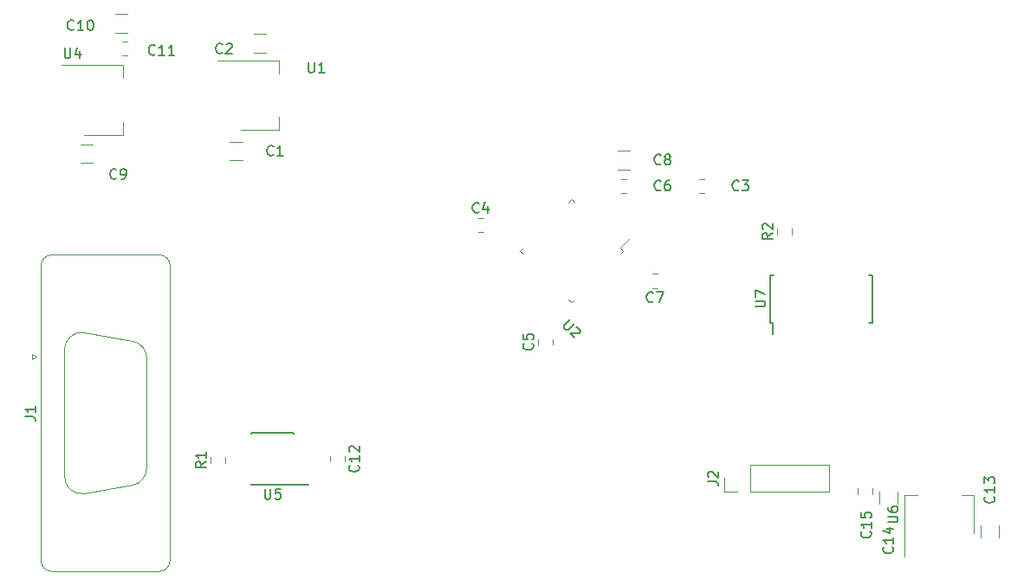
<source format=gbr>
G04 #@! TF.GenerationSoftware,KiCad,Pcbnew,(5.0.2)-1*
G04 #@! TF.CreationDate,2019-03-12T15:58:17+02:00*
G04 #@! TF.ProjectId,ev19dashboardv1,65763139-6461-4736-9862-6f6172647631,rev?*
G04 #@! TF.SameCoordinates,Original*
G04 #@! TF.FileFunction,Legend,Top*
G04 #@! TF.FilePolarity,Positive*
%FSLAX46Y46*%
G04 Gerber Fmt 4.6, Leading zero omitted, Abs format (unit mm)*
G04 Created by KiCad (PCBNEW (5.0.2)-1) date 3/12/2019 3:58:17 PM*
%MOMM*%
%LPD*%
G01*
G04 APERTURE LIST*
%ADD10C,0.120000*%
%ADD11C,0.150000*%
G04 APERTURE END LIST*
D10*
G04 #@! TO.C,J1*
X97178456Y-88496670D02*
X101878456Y-87667933D01*
X97178456Y-72763730D02*
X101878456Y-73592467D01*
X103250200Y-86033152D02*
X103250200Y-75227248D01*
X95230200Y-86861889D02*
X95230200Y-74398511D01*
X92468875Y-75090200D02*
X92035862Y-75340200D01*
X92035862Y-74840200D02*
X92468875Y-75090200D01*
X92035862Y-75340200D02*
X92035862Y-74840200D01*
X104490200Y-96115200D02*
X93990200Y-96115200D01*
X105550200Y-66205200D02*
X105550200Y-95055200D01*
X93990200Y-65145200D02*
X104490200Y-65145200D01*
X92930200Y-95055200D02*
X92930200Y-66205200D01*
X101878456Y-73592467D02*
G75*
G02X103250200Y-75227248I-288256J-1634781D01*
G01*
X101878456Y-87667933D02*
G75*
G03X103250200Y-86033152I-288256J1634781D01*
G01*
X97178456Y-72763730D02*
G75*
G03X95230200Y-74398511I-288256J-1634781D01*
G01*
X97178456Y-88496670D02*
G75*
G02X95230200Y-86861889I-288256J1634781D01*
G01*
X105550200Y-66205200D02*
G75*
G03X104490200Y-65145200I-1060000J0D01*
G01*
X105550200Y-95055200D02*
G75*
G02X104490200Y-96115200I-1060000J0D01*
G01*
X93990200Y-65145200D02*
G75*
G03X92930200Y-66205200I0J-1060000D01*
G01*
X92930200Y-95055200D02*
G75*
G03X93990200Y-96115200I1060000J0D01*
G01*
G04 #@! TO.C,C1*
X111397936Y-55910000D02*
X112602064Y-55910000D01*
X111397936Y-54090000D02*
X112602064Y-54090000D01*
G04 #@! TO.C,C2*
X114902064Y-43540000D02*
X113697936Y-43540000D01*
X114902064Y-45360000D02*
X113697936Y-45360000D01*
G04 #@! TO.C,C3*
X157218748Y-59130000D02*
X157741252Y-59130000D01*
X157218748Y-57710000D02*
X157741252Y-57710000D01*
G04 #@! TO.C,C4*
X135628748Y-62940000D02*
X136151252Y-62940000D01*
X135628748Y-61520000D02*
X136151252Y-61520000D01*
G04 #@! TO.C,C5*
X142950000Y-73921252D02*
X142950000Y-73398748D01*
X141530000Y-73921252D02*
X141530000Y-73398748D01*
G04 #@! TO.C,C6*
X149598748Y-59130000D02*
X150121252Y-59130000D01*
X149598748Y-57710000D02*
X150121252Y-57710000D01*
G04 #@! TO.C,C7*
X153169252Y-66981000D02*
X152646748Y-66981000D01*
X153169252Y-68401000D02*
X152646748Y-68401000D01*
G04 #@! TO.C,C9*
X96770436Y-56155000D02*
X97974564Y-56155000D01*
X96770436Y-54335000D02*
X97974564Y-54335000D01*
G04 #@! TO.C,C12*
X121210000Y-84828748D02*
X121210000Y-85351252D01*
X122630000Y-84828748D02*
X122630000Y-85351252D01*
G04 #@! TO.C,U1*
X110200000Y-46120000D02*
X116210000Y-46120000D01*
X112450000Y-52940000D02*
X116210000Y-52940000D01*
X116210000Y-46120000D02*
X116210000Y-47380000D01*
X116210000Y-52940000D02*
X116210000Y-51680000D01*
G04 #@! TO.C,U2*
X144780000Y-59735400D02*
X144483015Y-60032385D01*
X149814600Y-64770000D02*
X149517615Y-64473015D01*
X149517615Y-64473015D02*
X150493423Y-63497208D01*
X144780000Y-69804600D02*
X145076985Y-69507615D01*
X139745400Y-64770000D02*
X140042385Y-64473015D01*
X149814600Y-64770000D02*
X149517615Y-65066985D01*
X144780000Y-59735400D02*
X145076985Y-60032385D01*
X139745400Y-64770000D02*
X140042385Y-65066985D01*
X144780000Y-69804600D02*
X144483015Y-69507615D01*
D11*
G04 #@! TO.C,U5*
X117645000Y-87615000D02*
X119045000Y-87615000D01*
X117645000Y-82515000D02*
X113495000Y-82515000D01*
X117645000Y-87665000D02*
X113495000Y-87665000D01*
X117645000Y-82515000D02*
X117645000Y-82660000D01*
X113495000Y-82515000D02*
X113495000Y-82660000D01*
X113495000Y-87665000D02*
X113495000Y-87520000D01*
X117645000Y-87665000D02*
X117645000Y-87615000D01*
D10*
G04 #@! TO.C,C8*
X149257936Y-56790000D02*
X150462064Y-56790000D01*
X149257936Y-54970000D02*
X150462064Y-54970000D01*
G04 #@! TO.C,C13*
X184764000Y-92840564D02*
X184764000Y-91636436D01*
X186584000Y-92840564D02*
X186584000Y-91636436D01*
G04 #@! TO.C,C14*
X174858000Y-88297936D02*
X174858000Y-89502064D01*
X176678000Y-88297936D02*
X176678000Y-89502064D01*
G04 #@! TO.C,C15*
X174192000Y-88003748D02*
X174192000Y-88526252D01*
X172772000Y-88003748D02*
X172772000Y-88526252D01*
G04 #@! TO.C,U4*
X94900000Y-46590000D02*
X100910000Y-46590000D01*
X97150000Y-53410000D02*
X100910000Y-53410000D01*
X100910000Y-46590000D02*
X100910000Y-47850000D01*
X100910000Y-53410000D02*
X100910000Y-52150000D01*
G04 #@! TO.C,U6*
X184131000Y-88641000D02*
X182871000Y-88641000D01*
X177311000Y-88641000D02*
X178571000Y-88641000D01*
X184131000Y-92401000D02*
X184131000Y-88641000D01*
X177311000Y-94651000D02*
X177311000Y-88641000D01*
D11*
G04 #@! TO.C,U7*
X164189000Y-71794000D02*
X164414000Y-71794000D01*
X164189000Y-67144000D02*
X164514000Y-67144000D01*
X174189800Y-67144000D02*
X173864800Y-67144000D01*
X174189800Y-71794000D02*
X173864800Y-71794000D01*
X164189000Y-71794000D02*
X164189000Y-67144000D01*
X174189800Y-71794000D02*
X174189800Y-67144000D01*
X164414000Y-71794000D02*
X164414000Y-72869000D01*
D10*
G04 #@! TO.C,R1*
X109526000Y-85478252D02*
X109526000Y-84955748D01*
X110946000Y-85478252D02*
X110946000Y-84955748D01*
G04 #@! TO.C,R2*
X166318000Y-63126252D02*
X166318000Y-62603748D01*
X164898000Y-63126252D02*
X164898000Y-62603748D01*
G04 #@! TO.C,C10*
X101348064Y-43418000D02*
X100143936Y-43418000D01*
X101348064Y-41598000D02*
X100143936Y-41598000D01*
G04 #@! TO.C,C11*
X101353252Y-45668000D02*
X100830748Y-45668000D01*
X101353252Y-44248000D02*
X100830748Y-44248000D01*
G04 #@! TO.C,J2*
X169950000Y-88330000D02*
X169950000Y-85670000D01*
X162270000Y-88330000D02*
X169950000Y-88330000D01*
X162270000Y-85670000D02*
X169950000Y-85670000D01*
X162270000Y-88330000D02*
X162270000Y-85670000D01*
X161000000Y-88330000D02*
X159670000Y-88330000D01*
X159670000Y-88330000D02*
X159670000Y-87000000D01*
G04 #@! TO.C,J1*
D11*
X91382580Y-80963533D02*
X92096866Y-80963533D01*
X92239723Y-81011152D01*
X92334961Y-81106390D01*
X92382580Y-81249247D01*
X92382580Y-81344485D01*
X92382580Y-79963533D02*
X92382580Y-80534961D01*
X92382580Y-80249247D02*
X91382580Y-80249247D01*
X91525438Y-80344485D01*
X91620676Y-80439723D01*
X91668295Y-80534961D01*
G04 #@! TO.C,C1*
X115643333Y-55357142D02*
X115595714Y-55404761D01*
X115452857Y-55452380D01*
X115357619Y-55452380D01*
X115214761Y-55404761D01*
X115119523Y-55309523D01*
X115071904Y-55214285D01*
X115024285Y-55023809D01*
X115024285Y-54880952D01*
X115071904Y-54690476D01*
X115119523Y-54595238D01*
X115214761Y-54500000D01*
X115357619Y-54452380D01*
X115452857Y-54452380D01*
X115595714Y-54500000D01*
X115643333Y-54547619D01*
X116595714Y-55452380D02*
X116024285Y-55452380D01*
X116310000Y-55452380D02*
X116310000Y-54452380D01*
X116214761Y-54595238D01*
X116119523Y-54690476D01*
X116024285Y-54738095D01*
G04 #@! TO.C,C2*
X110640833Y-45378642D02*
X110593214Y-45426261D01*
X110450357Y-45473880D01*
X110355119Y-45473880D01*
X110212261Y-45426261D01*
X110117023Y-45331023D01*
X110069404Y-45235785D01*
X110021785Y-45045309D01*
X110021785Y-44902452D01*
X110069404Y-44711976D01*
X110117023Y-44616738D01*
X110212261Y-44521500D01*
X110355119Y-44473880D01*
X110450357Y-44473880D01*
X110593214Y-44521500D01*
X110640833Y-44569119D01*
X111021785Y-44569119D02*
X111069404Y-44521500D01*
X111164642Y-44473880D01*
X111402738Y-44473880D01*
X111497976Y-44521500D01*
X111545595Y-44569119D01*
X111593214Y-44664357D01*
X111593214Y-44759595D01*
X111545595Y-44902452D01*
X110974166Y-45473880D01*
X111593214Y-45473880D01*
G04 #@! TO.C,C3*
X161123333Y-58777142D02*
X161075714Y-58824761D01*
X160932857Y-58872380D01*
X160837619Y-58872380D01*
X160694761Y-58824761D01*
X160599523Y-58729523D01*
X160551904Y-58634285D01*
X160504285Y-58443809D01*
X160504285Y-58300952D01*
X160551904Y-58110476D01*
X160599523Y-58015238D01*
X160694761Y-57920000D01*
X160837619Y-57872380D01*
X160932857Y-57872380D01*
X161075714Y-57920000D01*
X161123333Y-57967619D01*
X161456666Y-57872380D02*
X162075714Y-57872380D01*
X161742380Y-58253333D01*
X161885238Y-58253333D01*
X161980476Y-58300952D01*
X162028095Y-58348571D01*
X162075714Y-58443809D01*
X162075714Y-58681904D01*
X162028095Y-58777142D01*
X161980476Y-58824761D01*
X161885238Y-58872380D01*
X161599523Y-58872380D01*
X161504285Y-58824761D01*
X161456666Y-58777142D01*
G04 #@! TO.C,C4*
X135723333Y-60937142D02*
X135675714Y-60984761D01*
X135532857Y-61032380D01*
X135437619Y-61032380D01*
X135294761Y-60984761D01*
X135199523Y-60889523D01*
X135151904Y-60794285D01*
X135104285Y-60603809D01*
X135104285Y-60460952D01*
X135151904Y-60270476D01*
X135199523Y-60175238D01*
X135294761Y-60080000D01*
X135437619Y-60032380D01*
X135532857Y-60032380D01*
X135675714Y-60080000D01*
X135723333Y-60127619D01*
X136580476Y-60365714D02*
X136580476Y-61032380D01*
X136342380Y-59984761D02*
X136104285Y-60699047D01*
X136723333Y-60699047D01*
G04 #@! TO.C,C5*
X140947142Y-73826666D02*
X140994761Y-73874285D01*
X141042380Y-74017142D01*
X141042380Y-74112380D01*
X140994761Y-74255238D01*
X140899523Y-74350476D01*
X140804285Y-74398095D01*
X140613809Y-74445714D01*
X140470952Y-74445714D01*
X140280476Y-74398095D01*
X140185238Y-74350476D01*
X140090000Y-74255238D01*
X140042380Y-74112380D01*
X140042380Y-74017142D01*
X140090000Y-73874285D01*
X140137619Y-73826666D01*
X140042380Y-72921904D02*
X140042380Y-73398095D01*
X140518571Y-73445714D01*
X140470952Y-73398095D01*
X140423333Y-73302857D01*
X140423333Y-73064761D01*
X140470952Y-72969523D01*
X140518571Y-72921904D01*
X140613809Y-72874285D01*
X140851904Y-72874285D01*
X140947142Y-72921904D01*
X140994761Y-72969523D01*
X141042380Y-73064761D01*
X141042380Y-73302857D01*
X140994761Y-73398095D01*
X140947142Y-73445714D01*
G04 #@! TO.C,C6*
X153503333Y-58777142D02*
X153455714Y-58824761D01*
X153312857Y-58872380D01*
X153217619Y-58872380D01*
X153074761Y-58824761D01*
X152979523Y-58729523D01*
X152931904Y-58634285D01*
X152884285Y-58443809D01*
X152884285Y-58300952D01*
X152931904Y-58110476D01*
X152979523Y-58015238D01*
X153074761Y-57920000D01*
X153217619Y-57872380D01*
X153312857Y-57872380D01*
X153455714Y-57920000D01*
X153503333Y-57967619D01*
X154360476Y-57872380D02*
X154170000Y-57872380D01*
X154074761Y-57920000D01*
X154027142Y-57967619D01*
X153931904Y-58110476D01*
X153884285Y-58300952D01*
X153884285Y-58681904D01*
X153931904Y-58777142D01*
X153979523Y-58824761D01*
X154074761Y-58872380D01*
X154265238Y-58872380D01*
X154360476Y-58824761D01*
X154408095Y-58777142D01*
X154455714Y-58681904D01*
X154455714Y-58443809D01*
X154408095Y-58348571D01*
X154360476Y-58300952D01*
X154265238Y-58253333D01*
X154074761Y-58253333D01*
X153979523Y-58300952D01*
X153931904Y-58348571D01*
X153884285Y-58443809D01*
G04 #@! TO.C,C7*
X152741333Y-69698142D02*
X152693714Y-69745761D01*
X152550857Y-69793380D01*
X152455619Y-69793380D01*
X152312761Y-69745761D01*
X152217523Y-69650523D01*
X152169904Y-69555285D01*
X152122285Y-69364809D01*
X152122285Y-69221952D01*
X152169904Y-69031476D01*
X152217523Y-68936238D01*
X152312761Y-68841000D01*
X152455619Y-68793380D01*
X152550857Y-68793380D01*
X152693714Y-68841000D01*
X152741333Y-68888619D01*
X153074666Y-68793380D02*
X153741333Y-68793380D01*
X153312761Y-69793380D01*
G04 #@! TO.C,C9*
X100290333Y-57634142D02*
X100242714Y-57681761D01*
X100099857Y-57729380D01*
X100004619Y-57729380D01*
X99861761Y-57681761D01*
X99766523Y-57586523D01*
X99718904Y-57491285D01*
X99671285Y-57300809D01*
X99671285Y-57157952D01*
X99718904Y-56967476D01*
X99766523Y-56872238D01*
X99861761Y-56777000D01*
X100004619Y-56729380D01*
X100099857Y-56729380D01*
X100242714Y-56777000D01*
X100290333Y-56824619D01*
X100766523Y-57729380D02*
X100957000Y-57729380D01*
X101052238Y-57681761D01*
X101099857Y-57634142D01*
X101195095Y-57491285D01*
X101242714Y-57300809D01*
X101242714Y-56919857D01*
X101195095Y-56824619D01*
X101147476Y-56777000D01*
X101052238Y-56729380D01*
X100861761Y-56729380D01*
X100766523Y-56777000D01*
X100718904Y-56824619D01*
X100671285Y-56919857D01*
X100671285Y-57157952D01*
X100718904Y-57253190D01*
X100766523Y-57300809D01*
X100861761Y-57348428D01*
X101052238Y-57348428D01*
X101147476Y-57300809D01*
X101195095Y-57253190D01*
X101242714Y-57157952D01*
G04 #@! TO.C,C12*
X123927142Y-85732857D02*
X123974761Y-85780476D01*
X124022380Y-85923333D01*
X124022380Y-86018571D01*
X123974761Y-86161428D01*
X123879523Y-86256666D01*
X123784285Y-86304285D01*
X123593809Y-86351904D01*
X123450952Y-86351904D01*
X123260476Y-86304285D01*
X123165238Y-86256666D01*
X123070000Y-86161428D01*
X123022380Y-86018571D01*
X123022380Y-85923333D01*
X123070000Y-85780476D01*
X123117619Y-85732857D01*
X124022380Y-84780476D02*
X124022380Y-85351904D01*
X124022380Y-85066190D02*
X123022380Y-85066190D01*
X123165238Y-85161428D01*
X123260476Y-85256666D01*
X123308095Y-85351904D01*
X123117619Y-84399523D02*
X123070000Y-84351904D01*
X123022380Y-84256666D01*
X123022380Y-84018571D01*
X123070000Y-83923333D01*
X123117619Y-83875714D01*
X123212857Y-83828095D01*
X123308095Y-83828095D01*
X123450952Y-83875714D01*
X124022380Y-84447142D01*
X124022380Y-83828095D01*
G04 #@! TO.C,U1*
X119062595Y-46315380D02*
X119062595Y-47124904D01*
X119110214Y-47220142D01*
X119157833Y-47267761D01*
X119253071Y-47315380D01*
X119443547Y-47315380D01*
X119538785Y-47267761D01*
X119586404Y-47220142D01*
X119634023Y-47124904D01*
X119634023Y-46315380D01*
X120634023Y-47315380D02*
X120062595Y-47315380D01*
X120348309Y-47315380D02*
X120348309Y-46315380D01*
X120253071Y-46458238D01*
X120157833Y-46553476D01*
X120062595Y-46601095D01*
G04 #@! TO.C,U2*
X144628477Y-71464026D02*
X144056057Y-72036446D01*
X144022385Y-72137461D01*
X144022385Y-72204805D01*
X144056057Y-72305820D01*
X144190744Y-72440507D01*
X144291759Y-72474179D01*
X144359103Y-72474179D01*
X144460118Y-72440507D01*
X145032538Y-71868087D01*
X145268240Y-72238477D02*
X145335583Y-72238477D01*
X145436599Y-72272148D01*
X145604957Y-72440507D01*
X145638629Y-72541522D01*
X145638629Y-72608866D01*
X145604957Y-72709881D01*
X145537614Y-72777225D01*
X145402927Y-72844568D01*
X144594805Y-72844568D01*
X145032538Y-73282301D01*
G04 #@! TO.C,U5*
X114808095Y-88042380D02*
X114808095Y-88851904D01*
X114855714Y-88947142D01*
X114903333Y-88994761D01*
X114998571Y-89042380D01*
X115189047Y-89042380D01*
X115284285Y-88994761D01*
X115331904Y-88947142D01*
X115379523Y-88851904D01*
X115379523Y-88042380D01*
X116331904Y-88042380D02*
X115855714Y-88042380D01*
X115808095Y-88518571D01*
X115855714Y-88470952D01*
X115950952Y-88423333D01*
X116189047Y-88423333D01*
X116284285Y-88470952D01*
X116331904Y-88518571D01*
X116379523Y-88613809D01*
X116379523Y-88851904D01*
X116331904Y-88947142D01*
X116284285Y-88994761D01*
X116189047Y-89042380D01*
X115950952Y-89042380D01*
X115855714Y-88994761D01*
X115808095Y-88947142D01*
G04 #@! TO.C,C8*
X153503333Y-56237142D02*
X153455714Y-56284761D01*
X153312857Y-56332380D01*
X153217619Y-56332380D01*
X153074761Y-56284761D01*
X152979523Y-56189523D01*
X152931904Y-56094285D01*
X152884285Y-55903809D01*
X152884285Y-55760952D01*
X152931904Y-55570476D01*
X152979523Y-55475238D01*
X153074761Y-55380000D01*
X153217619Y-55332380D01*
X153312857Y-55332380D01*
X153455714Y-55380000D01*
X153503333Y-55427619D01*
X154074761Y-55760952D02*
X153979523Y-55713333D01*
X153931904Y-55665714D01*
X153884285Y-55570476D01*
X153884285Y-55522857D01*
X153931904Y-55427619D01*
X153979523Y-55380000D01*
X154074761Y-55332380D01*
X154265238Y-55332380D01*
X154360476Y-55380000D01*
X154408095Y-55427619D01*
X154455714Y-55522857D01*
X154455714Y-55570476D01*
X154408095Y-55665714D01*
X154360476Y-55713333D01*
X154265238Y-55760952D01*
X154074761Y-55760952D01*
X153979523Y-55808571D01*
X153931904Y-55856190D01*
X153884285Y-55951428D01*
X153884285Y-56141904D01*
X153931904Y-56237142D01*
X153979523Y-56284761D01*
X154074761Y-56332380D01*
X154265238Y-56332380D01*
X154360476Y-56284761D01*
X154408095Y-56237142D01*
X154455714Y-56141904D01*
X154455714Y-55951428D01*
X154408095Y-55856190D01*
X154360476Y-55808571D01*
X154265238Y-55760952D01*
G04 #@! TO.C,C13*
X186031142Y-88780857D02*
X186078761Y-88828476D01*
X186126380Y-88971333D01*
X186126380Y-89066571D01*
X186078761Y-89209428D01*
X185983523Y-89304666D01*
X185888285Y-89352285D01*
X185697809Y-89399904D01*
X185554952Y-89399904D01*
X185364476Y-89352285D01*
X185269238Y-89304666D01*
X185174000Y-89209428D01*
X185126380Y-89066571D01*
X185126380Y-88971333D01*
X185174000Y-88828476D01*
X185221619Y-88780857D01*
X186126380Y-87828476D02*
X186126380Y-88399904D01*
X186126380Y-88114190D02*
X185126380Y-88114190D01*
X185269238Y-88209428D01*
X185364476Y-88304666D01*
X185412095Y-88399904D01*
X185126380Y-87495142D02*
X185126380Y-86876095D01*
X185507333Y-87209428D01*
X185507333Y-87066571D01*
X185554952Y-86971333D01*
X185602571Y-86923714D01*
X185697809Y-86876095D01*
X185935904Y-86876095D01*
X186031142Y-86923714D01*
X186078761Y-86971333D01*
X186126380Y-87066571D01*
X186126380Y-87352285D01*
X186078761Y-87447523D01*
X186031142Y-87495142D01*
G04 #@! TO.C,C14*
X176125142Y-93733857D02*
X176172761Y-93781476D01*
X176220380Y-93924333D01*
X176220380Y-94019571D01*
X176172761Y-94162428D01*
X176077523Y-94257666D01*
X175982285Y-94305285D01*
X175791809Y-94352904D01*
X175648952Y-94352904D01*
X175458476Y-94305285D01*
X175363238Y-94257666D01*
X175268000Y-94162428D01*
X175220380Y-94019571D01*
X175220380Y-93924333D01*
X175268000Y-93781476D01*
X175315619Y-93733857D01*
X176220380Y-92781476D02*
X176220380Y-93352904D01*
X176220380Y-93067190D02*
X175220380Y-93067190D01*
X175363238Y-93162428D01*
X175458476Y-93257666D01*
X175506095Y-93352904D01*
X175553714Y-91924333D02*
X176220380Y-91924333D01*
X175172761Y-92162428D02*
X175887047Y-92400523D01*
X175887047Y-91781476D01*
G04 #@! TO.C,C15*
X173966142Y-92209857D02*
X174013761Y-92257476D01*
X174061380Y-92400333D01*
X174061380Y-92495571D01*
X174013761Y-92638428D01*
X173918523Y-92733666D01*
X173823285Y-92781285D01*
X173632809Y-92828904D01*
X173489952Y-92828904D01*
X173299476Y-92781285D01*
X173204238Y-92733666D01*
X173109000Y-92638428D01*
X173061380Y-92495571D01*
X173061380Y-92400333D01*
X173109000Y-92257476D01*
X173156619Y-92209857D01*
X174061380Y-91257476D02*
X174061380Y-91828904D01*
X174061380Y-91543190D02*
X173061380Y-91543190D01*
X173204238Y-91638428D01*
X173299476Y-91733666D01*
X173347095Y-91828904D01*
X173061380Y-90352714D02*
X173061380Y-90828904D01*
X173537571Y-90876523D01*
X173489952Y-90828904D01*
X173442333Y-90733666D01*
X173442333Y-90495571D01*
X173489952Y-90400333D01*
X173537571Y-90352714D01*
X173632809Y-90305095D01*
X173870904Y-90305095D01*
X173966142Y-90352714D01*
X174013761Y-90400333D01*
X174061380Y-90495571D01*
X174061380Y-90733666D01*
X174013761Y-90828904D01*
X173966142Y-90876523D01*
G04 #@! TO.C,U4*
X95250095Y-44918380D02*
X95250095Y-45727904D01*
X95297714Y-45823142D01*
X95345333Y-45870761D01*
X95440571Y-45918380D01*
X95631047Y-45918380D01*
X95726285Y-45870761D01*
X95773904Y-45823142D01*
X95821523Y-45727904D01*
X95821523Y-44918380D01*
X96726285Y-45251714D02*
X96726285Y-45918380D01*
X96488190Y-44870761D02*
X96250095Y-45585047D01*
X96869142Y-45585047D01*
G04 #@! TO.C,U6*
X175673380Y-91312904D02*
X176482904Y-91312904D01*
X176578142Y-91265285D01*
X176625761Y-91217666D01*
X176673380Y-91122428D01*
X176673380Y-90931952D01*
X176625761Y-90836714D01*
X176578142Y-90789095D01*
X176482904Y-90741476D01*
X175673380Y-90741476D01*
X175673380Y-89836714D02*
X175673380Y-90027190D01*
X175721000Y-90122428D01*
X175768619Y-90170047D01*
X175911476Y-90265285D01*
X176101952Y-90312904D01*
X176482904Y-90312904D01*
X176578142Y-90265285D01*
X176625761Y-90217666D01*
X176673380Y-90122428D01*
X176673380Y-89931952D01*
X176625761Y-89836714D01*
X176578142Y-89789095D01*
X176482904Y-89741476D01*
X176244809Y-89741476D01*
X176149571Y-89789095D01*
X176101952Y-89836714D01*
X176054333Y-89931952D01*
X176054333Y-90122428D01*
X176101952Y-90217666D01*
X176149571Y-90265285D01*
X176244809Y-90312904D01*
G04 #@! TO.C,U7*
X162716380Y-70230904D02*
X163525904Y-70230904D01*
X163621142Y-70183285D01*
X163668761Y-70135666D01*
X163716380Y-70040428D01*
X163716380Y-69849952D01*
X163668761Y-69754714D01*
X163621142Y-69707095D01*
X163525904Y-69659476D01*
X162716380Y-69659476D01*
X162716380Y-69278523D02*
X162716380Y-68611857D01*
X163716380Y-69040428D01*
G04 #@! TO.C,R1*
X109038380Y-85383666D02*
X108562190Y-85717000D01*
X109038380Y-85955095D02*
X108038380Y-85955095D01*
X108038380Y-85574142D01*
X108086000Y-85478904D01*
X108133619Y-85431285D01*
X108228857Y-85383666D01*
X108371714Y-85383666D01*
X108466952Y-85431285D01*
X108514571Y-85478904D01*
X108562190Y-85574142D01*
X108562190Y-85955095D01*
X109038380Y-84431285D02*
X109038380Y-85002714D01*
X109038380Y-84717000D02*
X108038380Y-84717000D01*
X108181238Y-84812238D01*
X108276476Y-84907476D01*
X108324095Y-85002714D01*
G04 #@! TO.C,R2*
X164410380Y-63031666D02*
X163934190Y-63365000D01*
X164410380Y-63603095D02*
X163410380Y-63603095D01*
X163410380Y-63222142D01*
X163458000Y-63126904D01*
X163505619Y-63079285D01*
X163600857Y-63031666D01*
X163743714Y-63031666D01*
X163838952Y-63079285D01*
X163886571Y-63126904D01*
X163934190Y-63222142D01*
X163934190Y-63603095D01*
X163505619Y-62650714D02*
X163458000Y-62603095D01*
X163410380Y-62507857D01*
X163410380Y-62269761D01*
X163458000Y-62174523D01*
X163505619Y-62126904D01*
X163600857Y-62079285D01*
X163696095Y-62079285D01*
X163838952Y-62126904D01*
X164410380Y-62698333D01*
X164410380Y-62079285D01*
G04 #@! TO.C,C10*
X96131142Y-43092642D02*
X96083523Y-43140261D01*
X95940666Y-43187880D01*
X95845428Y-43187880D01*
X95702571Y-43140261D01*
X95607333Y-43045023D01*
X95559714Y-42949785D01*
X95512095Y-42759309D01*
X95512095Y-42616452D01*
X95559714Y-42425976D01*
X95607333Y-42330738D01*
X95702571Y-42235500D01*
X95845428Y-42187880D01*
X95940666Y-42187880D01*
X96083523Y-42235500D01*
X96131142Y-42283119D01*
X97083523Y-43187880D02*
X96512095Y-43187880D01*
X96797809Y-43187880D02*
X96797809Y-42187880D01*
X96702571Y-42330738D01*
X96607333Y-42425976D01*
X96512095Y-42473595D01*
X97702571Y-42187880D02*
X97797809Y-42187880D01*
X97893047Y-42235500D01*
X97940666Y-42283119D01*
X97988285Y-42378357D01*
X98035904Y-42568833D01*
X98035904Y-42806928D01*
X97988285Y-42997404D01*
X97940666Y-43092642D01*
X97893047Y-43140261D01*
X97797809Y-43187880D01*
X97702571Y-43187880D01*
X97607333Y-43140261D01*
X97559714Y-43092642D01*
X97512095Y-42997404D01*
X97464476Y-42806928D01*
X97464476Y-42568833D01*
X97512095Y-42378357D01*
X97559714Y-42283119D01*
X97607333Y-42235500D01*
X97702571Y-42187880D01*
G04 #@! TO.C,C11*
X104068642Y-45505642D02*
X104021023Y-45553261D01*
X103878166Y-45600880D01*
X103782928Y-45600880D01*
X103640071Y-45553261D01*
X103544833Y-45458023D01*
X103497214Y-45362785D01*
X103449595Y-45172309D01*
X103449595Y-45029452D01*
X103497214Y-44838976D01*
X103544833Y-44743738D01*
X103640071Y-44648500D01*
X103782928Y-44600880D01*
X103878166Y-44600880D01*
X104021023Y-44648500D01*
X104068642Y-44696119D01*
X105021023Y-45600880D02*
X104449595Y-45600880D01*
X104735309Y-45600880D02*
X104735309Y-44600880D01*
X104640071Y-44743738D01*
X104544833Y-44838976D01*
X104449595Y-44886595D01*
X105973404Y-45600880D02*
X105401976Y-45600880D01*
X105687690Y-45600880D02*
X105687690Y-44600880D01*
X105592452Y-44743738D01*
X105497214Y-44838976D01*
X105401976Y-44886595D01*
G04 #@! TO.C,J2*
X158122380Y-87333333D02*
X158836666Y-87333333D01*
X158979523Y-87380952D01*
X159074761Y-87476190D01*
X159122380Y-87619047D01*
X159122380Y-87714285D01*
X158217619Y-86904761D02*
X158170000Y-86857142D01*
X158122380Y-86761904D01*
X158122380Y-86523809D01*
X158170000Y-86428571D01*
X158217619Y-86380952D01*
X158312857Y-86333333D01*
X158408095Y-86333333D01*
X158550952Y-86380952D01*
X159122380Y-86952380D01*
X159122380Y-86333333D01*
G04 #@! TD*
M02*

</source>
